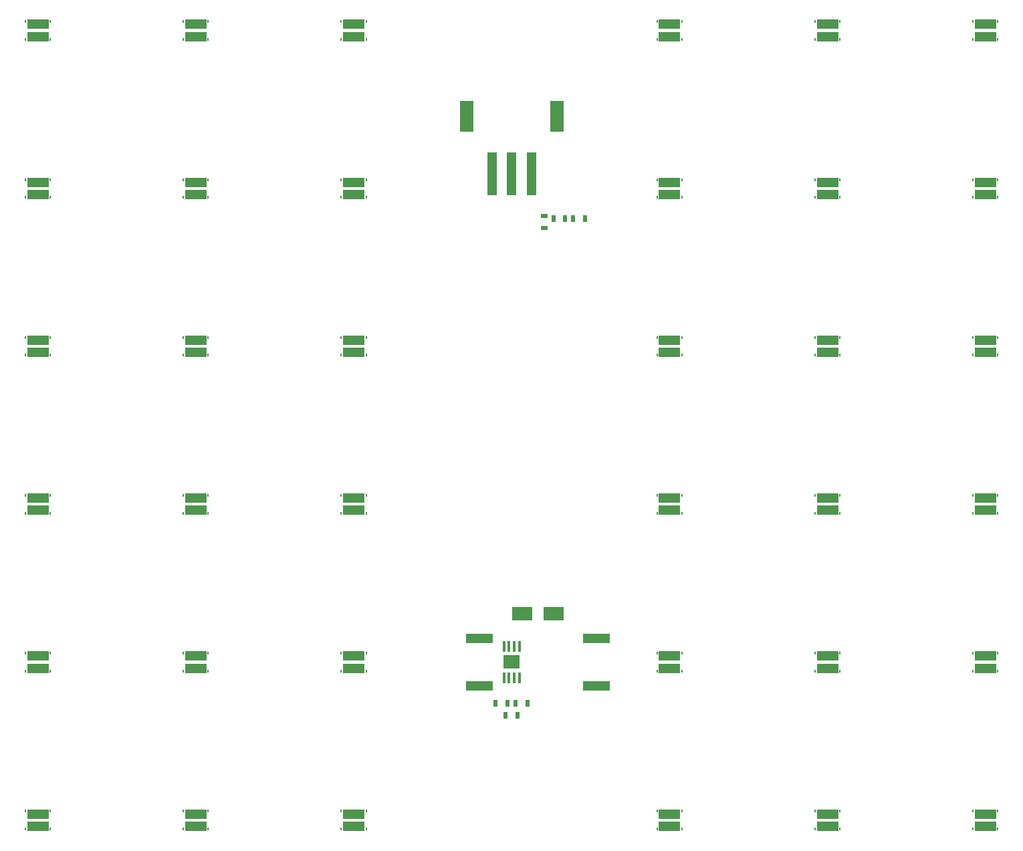
<source format=gtp>
%FSLAX25Y25*%
%MOIN*%
G70*
G01*
G75*
G04 Layer_Color=8421504*
%ADD10R,0.13386X0.04724*%
%ADD11R,0.03543X0.02362*%
%ADD12R,0.03543X0.07087*%
%ADD13R,0.02362X0.03543*%
%ADD14R,0.09843X0.06693*%
%ADD15R,0.20079X0.09252*%
%ADD16R,0.11024X0.04921*%
%ADD17R,0.01378X0.02165*%
%ADD18R,0.01772X0.05315*%
%ADD19R,0.07874X0.06693*%
%ADD20R,0.07087X0.15354*%
%ADD21R,0.05118X0.21654*%
%ADD22C,0.00591*%
%ADD23C,0.01772*%
%ADD24C,0.01181*%
%ADD25C,0.15748*%
%ADD26O,0.15748X0.29134*%
%ADD27C,0.00984*%
%ADD28C,0.00100*%
%ADD29C,0.00787*%
%ADD30R,0.10630X0.04528*%
%ADD31R,0.00984X0.01772*%
D10*
X42126Y-106299D02*
D03*
Y-129921D02*
D03*
X-16142D02*
D03*
Y-106299D02*
D03*
D11*
X16240Y104232D02*
D03*
Y98327D02*
D03*
D13*
X-7972Y-138583D02*
D03*
X-2067D02*
D03*
X1870D02*
D03*
X7776D02*
D03*
X2854Y-144685D02*
D03*
X-3051D02*
D03*
X36614Y103150D02*
D03*
X30709D02*
D03*
X26772D02*
D03*
X20866D02*
D03*
D14*
X5118Y-94095D02*
D03*
X20866D02*
D03*
D18*
X-3839Y-125886D02*
D03*
X-1280D02*
D03*
X1280D02*
D03*
X3839D02*
D03*
X-3839Y-110335D02*
D03*
X-1280D02*
D03*
X1280D02*
D03*
X3839D02*
D03*
D19*
X0Y-118110D02*
D03*
D20*
X-22441Y154134D02*
D03*
X22441D02*
D03*
D21*
X9843Y125394D02*
D03*
X0D02*
D03*
X-9842D02*
D03*
D30*
X-236221Y199902D02*
D03*
Y193799D02*
D03*
Y121161D02*
D03*
Y115059D02*
D03*
Y42421D02*
D03*
Y36319D02*
D03*
Y-36319D02*
D03*
Y-42421D02*
D03*
Y-115059D02*
D03*
Y-121161D02*
D03*
Y-193799D02*
D03*
Y-199902D02*
D03*
X-157480Y199902D02*
D03*
Y193799D02*
D03*
Y121161D02*
D03*
Y115059D02*
D03*
Y42421D02*
D03*
Y36319D02*
D03*
Y-36319D02*
D03*
Y-42421D02*
D03*
Y-115059D02*
D03*
Y-121161D02*
D03*
Y-193799D02*
D03*
Y-199902D02*
D03*
X-78740Y199902D02*
D03*
Y193799D02*
D03*
Y121161D02*
D03*
Y115059D02*
D03*
Y42421D02*
D03*
Y36319D02*
D03*
Y-36319D02*
D03*
Y-42421D02*
D03*
Y-115059D02*
D03*
Y-121161D02*
D03*
Y-193799D02*
D03*
Y-199902D02*
D03*
X78740Y199902D02*
D03*
Y193799D02*
D03*
Y121161D02*
D03*
Y115059D02*
D03*
Y42421D02*
D03*
Y36319D02*
D03*
Y-36319D02*
D03*
Y-42421D02*
D03*
Y-115059D02*
D03*
Y-121161D02*
D03*
Y-193799D02*
D03*
Y-199902D02*
D03*
X157480Y199902D02*
D03*
Y193799D02*
D03*
Y121161D02*
D03*
Y115059D02*
D03*
Y42421D02*
D03*
Y36319D02*
D03*
Y-36319D02*
D03*
Y-42421D02*
D03*
Y-115059D02*
D03*
Y-121161D02*
D03*
Y-193799D02*
D03*
Y-199902D02*
D03*
X236221Y199902D02*
D03*
Y193799D02*
D03*
Y121161D02*
D03*
Y115059D02*
D03*
Y42421D02*
D03*
Y36319D02*
D03*
Y-36319D02*
D03*
Y-42421D02*
D03*
Y-115059D02*
D03*
Y-121161D02*
D03*
Y-193799D02*
D03*
Y-199902D02*
D03*
D31*
X-242421Y201279D02*
D03*
X-230020D02*
D03*
X-242421Y192421D02*
D03*
X-230020D02*
D03*
X-242421Y122539D02*
D03*
X-230020D02*
D03*
X-242421Y113681D02*
D03*
X-230020D02*
D03*
X-242421Y43799D02*
D03*
X-230020D02*
D03*
X-242421Y34941D02*
D03*
X-230020D02*
D03*
X-242421Y-34941D02*
D03*
X-230020D02*
D03*
X-242421Y-43799D02*
D03*
X-230020D02*
D03*
X-242421Y-113681D02*
D03*
X-230020D02*
D03*
X-242421Y-122539D02*
D03*
X-230020D02*
D03*
X-242421Y-192421D02*
D03*
X-230020D02*
D03*
X-242421Y-201279D02*
D03*
X-230020D02*
D03*
X-163681Y201279D02*
D03*
X-151279D02*
D03*
X-163681Y192421D02*
D03*
X-151279D02*
D03*
X-163681Y122539D02*
D03*
X-151279D02*
D03*
X-163681Y113681D02*
D03*
X-151279D02*
D03*
X-163681Y43799D02*
D03*
X-151279D02*
D03*
X-163681Y34941D02*
D03*
X-151279D02*
D03*
X-163681Y-34941D02*
D03*
X-151279D02*
D03*
X-163681Y-43799D02*
D03*
X-151279D02*
D03*
X-163681Y-113681D02*
D03*
X-151279D02*
D03*
X-163681Y-122539D02*
D03*
X-151279D02*
D03*
X-163681Y-192421D02*
D03*
X-151279D02*
D03*
X-163681Y-201279D02*
D03*
X-151279D02*
D03*
X-84941Y201279D02*
D03*
X-72539D02*
D03*
X-84941Y192421D02*
D03*
X-72539D02*
D03*
X-84941Y122539D02*
D03*
X-72539D02*
D03*
X-84941Y113681D02*
D03*
X-72539D02*
D03*
X-84941Y43799D02*
D03*
X-72539D02*
D03*
X-84941Y34941D02*
D03*
X-72539D02*
D03*
X-84941Y-34941D02*
D03*
X-72539D02*
D03*
X-84941Y-43799D02*
D03*
X-72539D02*
D03*
X-84941Y-113681D02*
D03*
X-72539D02*
D03*
X-84941Y-122539D02*
D03*
X-72539D02*
D03*
X-84941Y-192421D02*
D03*
X-72539D02*
D03*
X-84941Y-201279D02*
D03*
X-72539D02*
D03*
X72539Y201279D02*
D03*
X84941D02*
D03*
X72539Y192421D02*
D03*
X84941D02*
D03*
X72539Y122539D02*
D03*
X84941D02*
D03*
X72539Y113681D02*
D03*
X84941D02*
D03*
X72539Y43799D02*
D03*
X84941D02*
D03*
X72539Y34941D02*
D03*
X84941D02*
D03*
X72539Y-34941D02*
D03*
X84941D02*
D03*
X72539Y-43799D02*
D03*
X84941D02*
D03*
X72539Y-113681D02*
D03*
X84941D02*
D03*
X72539Y-122539D02*
D03*
X84941D02*
D03*
X72539Y-192421D02*
D03*
X84941D02*
D03*
X72539Y-201279D02*
D03*
X84941D02*
D03*
X151279Y201279D02*
D03*
X163681D02*
D03*
X151279Y192421D02*
D03*
X163681D02*
D03*
X151279Y122539D02*
D03*
X163681D02*
D03*
X151279Y113681D02*
D03*
X163681D02*
D03*
X151279Y43799D02*
D03*
X163681D02*
D03*
X151279Y34941D02*
D03*
X163681D02*
D03*
X151279Y-34941D02*
D03*
X163681D02*
D03*
X151279Y-43799D02*
D03*
X163681D02*
D03*
X151279Y-113681D02*
D03*
X163681D02*
D03*
X151279Y-122539D02*
D03*
X163681D02*
D03*
X151279Y-192421D02*
D03*
X163681D02*
D03*
X151279Y-201279D02*
D03*
X163681D02*
D03*
X230020Y201279D02*
D03*
X242421D02*
D03*
X230020Y192421D02*
D03*
X242421D02*
D03*
X230020Y122539D02*
D03*
X242421D02*
D03*
X230020Y113681D02*
D03*
X242421D02*
D03*
X230020Y43799D02*
D03*
X242421D02*
D03*
X230020Y34941D02*
D03*
X242421D02*
D03*
X230020Y-34941D02*
D03*
X242421D02*
D03*
X230020Y-43799D02*
D03*
X242421D02*
D03*
X230020Y-113681D02*
D03*
X242421D02*
D03*
X230020Y-122539D02*
D03*
X242421D02*
D03*
X230020Y-192421D02*
D03*
X242421D02*
D03*
X230020Y-201279D02*
D03*
X242421D02*
D03*
M02*

</source>
